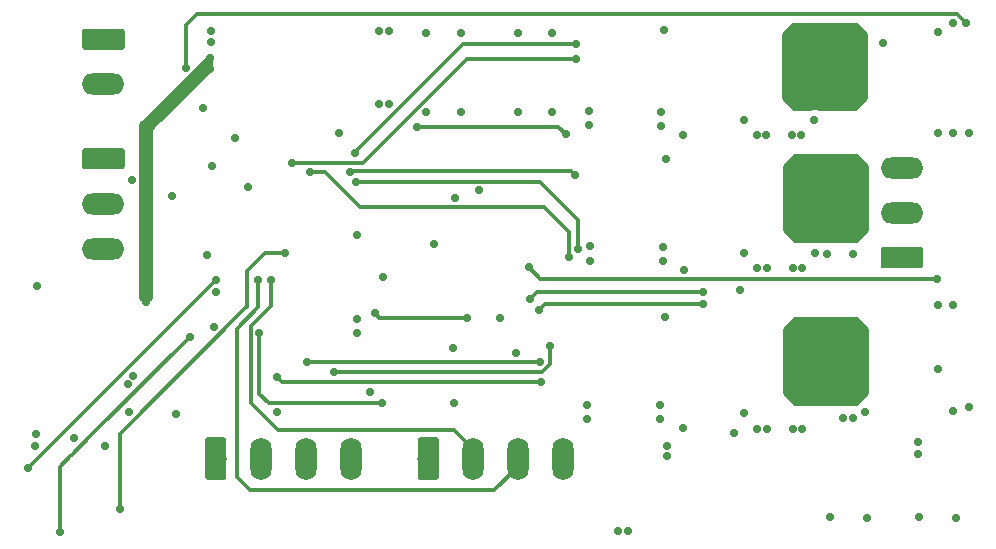
<source format=gbl>
G04 #@! TF.GenerationSoftware,KiCad,Pcbnew,(5.1.0)-1*
G04 #@! TF.CreationDate,2020-05-29T16:33:31+02:00*
G04 #@! TF.ProjectId,motortreiber,6d6f746f-7274-4726-9569-6265722e6b69,rev?*
G04 #@! TF.SameCoordinates,Original*
G04 #@! TF.FileFunction,Copper,L4,Bot*
G04 #@! TF.FilePolarity,Positive*
%FSLAX46Y46*%
G04 Gerber Fmt 4.6, Leading zero omitted, Abs format (unit mm)*
G04 Created by KiCad (PCBNEW (5.1.0)-1) date 2020-05-29 16:33:31*
%MOMM*%
%LPD*%
G04 APERTURE LIST*
%ADD10O,1.800000X3.600000*%
%ADD11C,0.100000*%
%ADD12C,1.800000*%
%ADD13O,3.600000X1.800000*%
%ADD14C,0.700000*%
%ADD15C,0.300000*%
%ADD16C,0.500000*%
%ADD17C,0.254000*%
G04 APERTURE END LIST*
D10*
X165430000Y-109500000D03*
X161620000Y-109500000D03*
X157810000Y-109500000D03*
D11*
G36*
X154674504Y-107701204D02*
G01*
X154698773Y-107704804D01*
X154722571Y-107710765D01*
X154745671Y-107719030D01*
X154767849Y-107729520D01*
X154788893Y-107742133D01*
X154808598Y-107756747D01*
X154826777Y-107773223D01*
X154843253Y-107791402D01*
X154857867Y-107811107D01*
X154870480Y-107832151D01*
X154880970Y-107854329D01*
X154889235Y-107877429D01*
X154895196Y-107901227D01*
X154898796Y-107925496D01*
X154900000Y-107950000D01*
X154900000Y-111050000D01*
X154898796Y-111074504D01*
X154895196Y-111098773D01*
X154889235Y-111122571D01*
X154880970Y-111145671D01*
X154870480Y-111167849D01*
X154857867Y-111188893D01*
X154843253Y-111208598D01*
X154826777Y-111226777D01*
X154808598Y-111243253D01*
X154788893Y-111257867D01*
X154767849Y-111270480D01*
X154745671Y-111280970D01*
X154722571Y-111289235D01*
X154698773Y-111295196D01*
X154674504Y-111298796D01*
X154650000Y-111300000D01*
X153350000Y-111300000D01*
X153325496Y-111298796D01*
X153301227Y-111295196D01*
X153277429Y-111289235D01*
X153254329Y-111280970D01*
X153232151Y-111270480D01*
X153211107Y-111257867D01*
X153191402Y-111243253D01*
X153173223Y-111226777D01*
X153156747Y-111208598D01*
X153142133Y-111188893D01*
X153129520Y-111167849D01*
X153119030Y-111145671D01*
X153110765Y-111122571D01*
X153104804Y-111098773D01*
X153101204Y-111074504D01*
X153100000Y-111050000D01*
X153100000Y-107950000D01*
X153101204Y-107925496D01*
X153104804Y-107901227D01*
X153110765Y-107877429D01*
X153119030Y-107854329D01*
X153129520Y-107832151D01*
X153142133Y-107811107D01*
X153156747Y-107791402D01*
X153173223Y-107773223D01*
X153191402Y-107756747D01*
X153211107Y-107742133D01*
X153232151Y-107729520D01*
X153254329Y-107719030D01*
X153277429Y-107710765D01*
X153301227Y-107704804D01*
X153325496Y-107701204D01*
X153350000Y-107700000D01*
X154650000Y-107700000D01*
X154674504Y-107701204D01*
X154674504Y-107701204D01*
G37*
D12*
X154000000Y-109500000D03*
D10*
X147430000Y-109500000D03*
X143620000Y-109500000D03*
X139810000Y-109500000D03*
D11*
G36*
X136674504Y-107701204D02*
G01*
X136698773Y-107704804D01*
X136722571Y-107710765D01*
X136745671Y-107719030D01*
X136767849Y-107729520D01*
X136788893Y-107742133D01*
X136808598Y-107756747D01*
X136826777Y-107773223D01*
X136843253Y-107791402D01*
X136857867Y-107811107D01*
X136870480Y-107832151D01*
X136880970Y-107854329D01*
X136889235Y-107877429D01*
X136895196Y-107901227D01*
X136898796Y-107925496D01*
X136900000Y-107950000D01*
X136900000Y-111050000D01*
X136898796Y-111074504D01*
X136895196Y-111098773D01*
X136889235Y-111122571D01*
X136880970Y-111145671D01*
X136870480Y-111167849D01*
X136857867Y-111188893D01*
X136843253Y-111208598D01*
X136826777Y-111226777D01*
X136808598Y-111243253D01*
X136788893Y-111257867D01*
X136767849Y-111270480D01*
X136745671Y-111280970D01*
X136722571Y-111289235D01*
X136698773Y-111295196D01*
X136674504Y-111298796D01*
X136650000Y-111300000D01*
X135350000Y-111300000D01*
X135325496Y-111298796D01*
X135301227Y-111295196D01*
X135277429Y-111289235D01*
X135254329Y-111280970D01*
X135232151Y-111270480D01*
X135211107Y-111257867D01*
X135191402Y-111243253D01*
X135173223Y-111226777D01*
X135156747Y-111208598D01*
X135142133Y-111188893D01*
X135129520Y-111167849D01*
X135119030Y-111145671D01*
X135110765Y-111122571D01*
X135104804Y-111098773D01*
X135101204Y-111074504D01*
X135100000Y-111050000D01*
X135100000Y-107950000D01*
X135101204Y-107925496D01*
X135104804Y-107901227D01*
X135110765Y-107877429D01*
X135119030Y-107854329D01*
X135129520Y-107832151D01*
X135142133Y-107811107D01*
X135156747Y-107791402D01*
X135173223Y-107773223D01*
X135191402Y-107756747D01*
X135211107Y-107742133D01*
X135232151Y-107729520D01*
X135254329Y-107719030D01*
X135277429Y-107710765D01*
X135301227Y-107704804D01*
X135325496Y-107701204D01*
X135350000Y-107700000D01*
X136650000Y-107700000D01*
X136674504Y-107701204D01*
X136674504Y-107701204D01*
G37*
D12*
X136000000Y-109500000D03*
D13*
X126500000Y-77810000D03*
D11*
G36*
X128074504Y-73101204D02*
G01*
X128098773Y-73104804D01*
X128122571Y-73110765D01*
X128145671Y-73119030D01*
X128167849Y-73129520D01*
X128188893Y-73142133D01*
X128208598Y-73156747D01*
X128226777Y-73173223D01*
X128243253Y-73191402D01*
X128257867Y-73211107D01*
X128270480Y-73232151D01*
X128280970Y-73254329D01*
X128289235Y-73277429D01*
X128295196Y-73301227D01*
X128298796Y-73325496D01*
X128300000Y-73350000D01*
X128300000Y-74650000D01*
X128298796Y-74674504D01*
X128295196Y-74698773D01*
X128289235Y-74722571D01*
X128280970Y-74745671D01*
X128270480Y-74767849D01*
X128257867Y-74788893D01*
X128243253Y-74808598D01*
X128226777Y-74826777D01*
X128208598Y-74843253D01*
X128188893Y-74857867D01*
X128167849Y-74870480D01*
X128145671Y-74880970D01*
X128122571Y-74889235D01*
X128098773Y-74895196D01*
X128074504Y-74898796D01*
X128050000Y-74900000D01*
X124950000Y-74900000D01*
X124925496Y-74898796D01*
X124901227Y-74895196D01*
X124877429Y-74889235D01*
X124854329Y-74880970D01*
X124832151Y-74870480D01*
X124811107Y-74857867D01*
X124791402Y-74843253D01*
X124773223Y-74826777D01*
X124756747Y-74808598D01*
X124742133Y-74788893D01*
X124729520Y-74767849D01*
X124719030Y-74745671D01*
X124710765Y-74722571D01*
X124704804Y-74698773D01*
X124701204Y-74674504D01*
X124700000Y-74650000D01*
X124700000Y-73350000D01*
X124701204Y-73325496D01*
X124704804Y-73301227D01*
X124710765Y-73277429D01*
X124719030Y-73254329D01*
X124729520Y-73232151D01*
X124742133Y-73211107D01*
X124756747Y-73191402D01*
X124773223Y-73173223D01*
X124791402Y-73156747D01*
X124811107Y-73142133D01*
X124832151Y-73129520D01*
X124854329Y-73119030D01*
X124877429Y-73110765D01*
X124901227Y-73104804D01*
X124925496Y-73101204D01*
X124950000Y-73100000D01*
X128050000Y-73100000D01*
X128074504Y-73101204D01*
X128074504Y-73101204D01*
G37*
D12*
X126500000Y-74000000D03*
D13*
X126500000Y-91720000D03*
X126500000Y-87910000D03*
D11*
G36*
X128074504Y-83201204D02*
G01*
X128098773Y-83204804D01*
X128122571Y-83210765D01*
X128145671Y-83219030D01*
X128167849Y-83229520D01*
X128188893Y-83242133D01*
X128208598Y-83256747D01*
X128226777Y-83273223D01*
X128243253Y-83291402D01*
X128257867Y-83311107D01*
X128270480Y-83332151D01*
X128280970Y-83354329D01*
X128289235Y-83377429D01*
X128295196Y-83401227D01*
X128298796Y-83425496D01*
X128300000Y-83450000D01*
X128300000Y-84750000D01*
X128298796Y-84774504D01*
X128295196Y-84798773D01*
X128289235Y-84822571D01*
X128280970Y-84845671D01*
X128270480Y-84867849D01*
X128257867Y-84888893D01*
X128243253Y-84908598D01*
X128226777Y-84926777D01*
X128208598Y-84943253D01*
X128188893Y-84957867D01*
X128167849Y-84970480D01*
X128145671Y-84980970D01*
X128122571Y-84989235D01*
X128098773Y-84995196D01*
X128074504Y-84998796D01*
X128050000Y-85000000D01*
X124950000Y-85000000D01*
X124925496Y-84998796D01*
X124901227Y-84995196D01*
X124877429Y-84989235D01*
X124854329Y-84980970D01*
X124832151Y-84970480D01*
X124811107Y-84957867D01*
X124791402Y-84943253D01*
X124773223Y-84926777D01*
X124756747Y-84908598D01*
X124742133Y-84888893D01*
X124729520Y-84867849D01*
X124719030Y-84845671D01*
X124710765Y-84822571D01*
X124704804Y-84798773D01*
X124701204Y-84774504D01*
X124700000Y-84750000D01*
X124700000Y-83450000D01*
X124701204Y-83425496D01*
X124704804Y-83401227D01*
X124710765Y-83377429D01*
X124719030Y-83354329D01*
X124729520Y-83332151D01*
X124742133Y-83311107D01*
X124756747Y-83291402D01*
X124773223Y-83273223D01*
X124791402Y-83256747D01*
X124811107Y-83242133D01*
X124832151Y-83229520D01*
X124854329Y-83219030D01*
X124877429Y-83210765D01*
X124901227Y-83204804D01*
X124925496Y-83201204D01*
X124950000Y-83200000D01*
X128050000Y-83200000D01*
X128074504Y-83201204D01*
X128074504Y-83201204D01*
G37*
D12*
X126500000Y-84100000D03*
D13*
X194100000Y-84880000D03*
X194100000Y-88690000D03*
D11*
G36*
X195674504Y-91601204D02*
G01*
X195698773Y-91604804D01*
X195722571Y-91610765D01*
X195745671Y-91619030D01*
X195767849Y-91629520D01*
X195788893Y-91642133D01*
X195808598Y-91656747D01*
X195826777Y-91673223D01*
X195843253Y-91691402D01*
X195857867Y-91711107D01*
X195870480Y-91732151D01*
X195880970Y-91754329D01*
X195889235Y-91777429D01*
X195895196Y-91801227D01*
X195898796Y-91825496D01*
X195900000Y-91850000D01*
X195900000Y-93150000D01*
X195898796Y-93174504D01*
X195895196Y-93198773D01*
X195889235Y-93222571D01*
X195880970Y-93245671D01*
X195870480Y-93267849D01*
X195857867Y-93288893D01*
X195843253Y-93308598D01*
X195826777Y-93326777D01*
X195808598Y-93343253D01*
X195788893Y-93357867D01*
X195767849Y-93370480D01*
X195745671Y-93380970D01*
X195722571Y-93389235D01*
X195698773Y-93395196D01*
X195674504Y-93398796D01*
X195650000Y-93400000D01*
X192550000Y-93400000D01*
X192525496Y-93398796D01*
X192501227Y-93395196D01*
X192477429Y-93389235D01*
X192454329Y-93380970D01*
X192432151Y-93370480D01*
X192411107Y-93357867D01*
X192391402Y-93343253D01*
X192373223Y-93326777D01*
X192356747Y-93308598D01*
X192342133Y-93288893D01*
X192329520Y-93267849D01*
X192319030Y-93245671D01*
X192310765Y-93222571D01*
X192304804Y-93198773D01*
X192301204Y-93174504D01*
X192300000Y-93150000D01*
X192300000Y-91850000D01*
X192301204Y-91825496D01*
X192304804Y-91801227D01*
X192310765Y-91777429D01*
X192319030Y-91754329D01*
X192329520Y-91732151D01*
X192342133Y-91711107D01*
X192356747Y-91691402D01*
X192373223Y-91673223D01*
X192391402Y-91656747D01*
X192411107Y-91642133D01*
X192432151Y-91629520D01*
X192454329Y-91619030D01*
X192477429Y-91610765D01*
X192501227Y-91604804D01*
X192525496Y-91601204D01*
X192550000Y-91600000D01*
X195650000Y-91600000D01*
X195674504Y-91601204D01*
X195674504Y-91601204D01*
G37*
D12*
X194100000Y-92500000D03*
D14*
X137600000Y-82400000D03*
X161600000Y-73500000D03*
X164500000Y-73500000D03*
X153800000Y-73500000D03*
X156800000Y-73500000D03*
X179900000Y-107300000D03*
X173640000Y-106160000D03*
X173640000Y-104960000D03*
X175540000Y-106910000D03*
X173740000Y-81360000D03*
X173740000Y-80160000D03*
X175540000Y-82110000D03*
X175640000Y-93510000D03*
X173840000Y-92760000D03*
X173840000Y-91560000D03*
X135600000Y-74200000D03*
X135600000Y-73300000D03*
X195450000Y-108085000D03*
X195450000Y-109085000D03*
X189150000Y-106085000D03*
X189950000Y-106085000D03*
X180750000Y-92085000D03*
X181850000Y-93385000D03*
X182650000Y-93385000D03*
X180750000Y-105685000D03*
X181850000Y-106985000D03*
X182650000Y-106985000D03*
X182600000Y-82100000D03*
X180700000Y-80800000D03*
X181800000Y-82100000D03*
X192500000Y-74300000D03*
X191000000Y-105600000D03*
X120900000Y-94900000D03*
X120800000Y-107400000D03*
X134900000Y-79800000D03*
X146450000Y-81950000D03*
X197200000Y-73400000D03*
X197200000Y-81950000D03*
X199750000Y-81950000D03*
X199750000Y-105150000D03*
X197150000Y-101900000D03*
X197150000Y-96500000D03*
X188050000Y-114485000D03*
X191150000Y-114515000D03*
X195550000Y-114485000D03*
X198650000Y-114515000D03*
X164500000Y-80200000D03*
X161600000Y-80200000D03*
X153800000Y-80200000D03*
X156800000Y-80200000D03*
X129025000Y-102475000D03*
X128550000Y-103150000D03*
X149100000Y-103850000D03*
X174250000Y-109300000D03*
X174250000Y-108400000D03*
X170900000Y-115675000D03*
X170100000Y-115675000D03*
X174000000Y-73200000D03*
X180400000Y-95200000D03*
X190000000Y-92200000D03*
X132600000Y-105700000D03*
X141200000Y-105600000D03*
X149850000Y-73300000D03*
X150650000Y-73300000D03*
X184850000Y-93385000D03*
X186750000Y-92085000D03*
X185650000Y-93385000D03*
X148000000Y-98900000D03*
X136000000Y-95400000D03*
X135700000Y-84700000D03*
X160100000Y-97600000D03*
X150200000Y-94100000D03*
X156300000Y-87400000D03*
X154500000Y-91300000D03*
X184850000Y-106985000D03*
X185650000Y-106985000D03*
X185600000Y-82100000D03*
X186700000Y-80800000D03*
X167600000Y-81300000D03*
X167600000Y-80100000D03*
X167450000Y-104940000D03*
X167450000Y-106140000D03*
X167710000Y-92740000D03*
X167710000Y-91540000D03*
X174050000Y-97540000D03*
X174110000Y-84140000D03*
X184800000Y-82100000D03*
X156100000Y-100100000D03*
X161400000Y-100600000D03*
X128900000Y-85900000D03*
X126625000Y-108400000D03*
X124000000Y-107800000D03*
X132300000Y-87300000D03*
X198450000Y-81950000D03*
X198400000Y-72600000D03*
X198450000Y-105500000D03*
X198400000Y-96500000D03*
X135300000Y-92300000D03*
X187800000Y-92200000D03*
X156150000Y-104800000D03*
X128700000Y-105600000D03*
X150650000Y-79500000D03*
X149850000Y-79500000D03*
X148000000Y-90600000D03*
X148000000Y-97700000D03*
X135900000Y-98400000D03*
X138700000Y-86500000D03*
X158300000Y-86800000D03*
X120700000Y-108400000D03*
X141900000Y-92100000D03*
X127900000Y-113800000D03*
X130100000Y-95300000D03*
X130090000Y-96210000D03*
X135500000Y-75600000D03*
X135500000Y-76500000D03*
X188000000Y-85500000D03*
X189000000Y-85500000D03*
X188000000Y-86500000D03*
X189000000Y-86500000D03*
X188000000Y-87500000D03*
X189000000Y-87500000D03*
X188000000Y-88500000D03*
X189000000Y-88500000D03*
X188000000Y-89500000D03*
X189000000Y-89500000D03*
X189000000Y-99300000D03*
X188000000Y-100300000D03*
X189000000Y-103300000D03*
X189000000Y-102300000D03*
X189000000Y-100300000D03*
X188000000Y-101300000D03*
X188000000Y-103300000D03*
X189000000Y-101300000D03*
X188000000Y-99300000D03*
X188000000Y-102300000D03*
X133800000Y-99200000D03*
X122800000Y-115700000D03*
X120100000Y-110300000D03*
X136000000Y-94400000D03*
X139600000Y-94400000D03*
X140700000Y-94400000D03*
X166700000Y-91800000D03*
X147850000Y-86050000D03*
X163525000Y-103000000D03*
X141200000Y-102600000D03*
X165900000Y-92400000D03*
X144000000Y-85200000D03*
X147350000Y-85200000D03*
X166400000Y-85500000D03*
X163500000Y-101300000D03*
X143700000Y-101300000D03*
X153050000Y-81400000D03*
X165650000Y-82000000D03*
X149500000Y-97200000D03*
X157250000Y-97600000D03*
X188900000Y-74300000D03*
X187900000Y-75300000D03*
X188900000Y-78300000D03*
X188900000Y-77300000D03*
X188900000Y-75300000D03*
X187900000Y-76300000D03*
X187900000Y-78300000D03*
X188900000Y-76300000D03*
X187900000Y-74300000D03*
X187900000Y-77300000D03*
X147800000Y-83600000D03*
X166500000Y-74400000D03*
X146000000Y-102200000D03*
X164300000Y-100000000D03*
X166500000Y-75700000D03*
X142500000Y-84500000D03*
X133500000Y-76400000D03*
X199500000Y-72600000D03*
X197100000Y-94300000D03*
X162500000Y-93300000D03*
X162600000Y-96000000D03*
X177300000Y-95400000D03*
X150100000Y-104800000D03*
X139700000Y-98900000D03*
X163400000Y-96900000D03*
X177300000Y-96400000D03*
D15*
X138650000Y-96700000D02*
X138650000Y-93600000D01*
X138650000Y-93600000D02*
X140150000Y-92100000D01*
X140150000Y-92100000D02*
X141900000Y-92100000D01*
X138650000Y-96700000D02*
X138600000Y-96700000D01*
X138600000Y-96700000D02*
X127900000Y-107400000D01*
X127900000Y-113800000D02*
X127900000Y-107400000D01*
D16*
X130100000Y-87100000D02*
X130100000Y-96300000D01*
X130400000Y-87300000D02*
X130400000Y-95900000D01*
X130400000Y-95900000D02*
X130100000Y-96200000D01*
X129800000Y-87000000D02*
X129800000Y-95900000D01*
X129800000Y-95900000D02*
X130100000Y-96200000D01*
X130600000Y-80500000D02*
X135500000Y-75600000D01*
X130900000Y-80700000D02*
X135500000Y-76100000D01*
X131200000Y-80800000D02*
X135500000Y-76500000D01*
X135500000Y-75700000D02*
X135500000Y-76500000D01*
X135500000Y-76500000D02*
X134700000Y-76500000D01*
X130400000Y-87300000D02*
X130400000Y-81600000D01*
X130400000Y-81600000D02*
X131400000Y-80600000D01*
X130100000Y-87100000D02*
X130100000Y-81500000D01*
X130100000Y-81500000D02*
X130900000Y-80700000D01*
X129800000Y-87000000D02*
X129800000Y-81300000D01*
X129800000Y-81300000D02*
X130600000Y-80500000D01*
D15*
X133800000Y-99200000D02*
X125300000Y-107700000D01*
X125300000Y-107700000D02*
X123800000Y-109200000D01*
X123800000Y-109200000D02*
X123700000Y-109300000D01*
X122800000Y-115700000D02*
X122800000Y-110200000D01*
X122800000Y-110200000D02*
X123700000Y-109300000D01*
X136000000Y-94400000D02*
X124500000Y-105900000D01*
X124500000Y-105900000D02*
X120100000Y-110300000D01*
X139600000Y-94400000D02*
X139600000Y-96500000D01*
X161620000Y-109500000D02*
X161620000Y-108620000D01*
X161620000Y-109500000D02*
X161620000Y-110180000D01*
X161620000Y-110180000D02*
X159600000Y-112200000D01*
X159600000Y-112200000D02*
X138900000Y-112200000D01*
X138900000Y-112200000D02*
X137800000Y-111100000D01*
X137800000Y-111100000D02*
X137800000Y-98500000D01*
X137800000Y-98500000D02*
X139600000Y-96700000D01*
X139600000Y-96700000D02*
X139600000Y-96400000D01*
X140700000Y-94400000D02*
X140700000Y-96600000D01*
X140700000Y-96600000D02*
X139000000Y-98300000D01*
X139000000Y-98300000D02*
X139000000Y-104400000D01*
X139000000Y-104400000D02*
X139000000Y-104800000D01*
X139000000Y-104800000D02*
X141300000Y-107100000D01*
X141300000Y-107100000D02*
X156200000Y-107100000D01*
X156200000Y-107100000D02*
X157600000Y-108500000D01*
X166700000Y-91800000D02*
X166700000Y-89300000D01*
X166700000Y-89300000D02*
X163500000Y-86100000D01*
X147850000Y-86050000D02*
X163450000Y-86050000D01*
X163450000Y-86050000D02*
X163500000Y-86100000D01*
X163525000Y-103000000D02*
X141600000Y-103000000D01*
X141600000Y-103000000D02*
X141200000Y-102600000D01*
X144000000Y-85250000D02*
X145250000Y-85250000D01*
X145250000Y-85250000D02*
X147450000Y-87450000D01*
X147450000Y-87450000D02*
X148200000Y-88200000D01*
X148200000Y-88200000D02*
X163800000Y-88200000D01*
X165900000Y-92400000D02*
X165900000Y-90300000D01*
X165900000Y-90300000D02*
X163800000Y-88200000D01*
X147300000Y-85150000D02*
X164950000Y-85150000D01*
X164950000Y-85150000D02*
X166050000Y-85150000D01*
X166050000Y-85150000D02*
X166400000Y-85500000D01*
X143700000Y-101300000D02*
X163500000Y-101300000D01*
X153050000Y-81400000D02*
X163500000Y-81400000D01*
X163500000Y-81400000D02*
X164900000Y-81400000D01*
X164900000Y-81400000D02*
X165000000Y-81400000D01*
X165000000Y-81400000D02*
X165550000Y-81950000D01*
X149850000Y-97600000D02*
X149550000Y-97300000D01*
X149850000Y-97600000D02*
X157300000Y-97600000D01*
X166500000Y-74400000D02*
X156950000Y-74400000D01*
X156950000Y-74400000D02*
X147800000Y-83550000D01*
X146000000Y-102200000D02*
X162700000Y-102200000D01*
X164300000Y-100000000D02*
X164300000Y-100600000D01*
X164300000Y-100600000D02*
X164300000Y-101500000D01*
X162700000Y-102200000D02*
X163500000Y-102200000D01*
X163500000Y-102200000D02*
X163600000Y-102200000D01*
X163600000Y-102200000D02*
X164300000Y-101500000D01*
X142500000Y-84500000D02*
X148450000Y-84500000D01*
X148450000Y-84500000D02*
X157225000Y-75725000D01*
X166500000Y-75700000D02*
X157250000Y-75700000D01*
X157250000Y-75700000D02*
X157200000Y-75750000D01*
X134400000Y-71900000D02*
X174100000Y-71900000D01*
X199500000Y-72600000D02*
X198900000Y-72000000D01*
X198900000Y-72000000D02*
X198800000Y-71900000D01*
X198800000Y-71900000D02*
X174100000Y-71900000D01*
X133500000Y-76400000D02*
X133500000Y-72800000D01*
X133500000Y-72800000D02*
X134400000Y-71900000D01*
X197200000Y-94300000D02*
X163500000Y-94300000D01*
X163500000Y-94300000D02*
X162600000Y-93400000D01*
X139700000Y-98900000D02*
X139700000Y-104000000D01*
X150100000Y-104800000D02*
X140500000Y-104800000D01*
X140500000Y-104800000D02*
X139700000Y-104000000D01*
X177300000Y-95400000D02*
X163200000Y-95400000D01*
X163200000Y-95400000D02*
X162600000Y-96000000D01*
X177300000Y-96400000D02*
X163900000Y-96400000D01*
X163900000Y-96400000D02*
X163400000Y-96900000D01*
D17*
G36*
X191173000Y-84752606D02*
G01*
X191173000Y-90147394D01*
X190247394Y-91073000D01*
X185052606Y-91073000D01*
X184127000Y-90147394D01*
X184127000Y-84752606D01*
X185052606Y-83827000D01*
X190247394Y-83827000D01*
X191173000Y-84752606D01*
X191173000Y-84752606D01*
G37*
X191173000Y-84752606D02*
X191173000Y-90147394D01*
X190247394Y-91073000D01*
X185052606Y-91073000D01*
X184127000Y-90147394D01*
X184127000Y-84752606D01*
X185052606Y-83827000D01*
X190247394Y-83827000D01*
X191173000Y-84752606D01*
G36*
X191173000Y-98552606D02*
G01*
X191173000Y-103947394D01*
X190247394Y-104873000D01*
X185052606Y-104873000D01*
X184127000Y-103947394D01*
X184127000Y-98552606D01*
X185052606Y-97627000D01*
X190247394Y-97627000D01*
X191173000Y-98552606D01*
X191173000Y-98552606D01*
G37*
X191173000Y-98552606D02*
X191173000Y-103947394D01*
X190247394Y-104873000D01*
X185052606Y-104873000D01*
X184127000Y-103947394D01*
X184127000Y-98552606D01*
X185052606Y-97627000D01*
X190247394Y-97627000D01*
X191173000Y-98552606D01*
G36*
X191073000Y-73552606D02*
G01*
X191073000Y-78947394D01*
X190147394Y-79873000D01*
X187035953Y-79873000D01*
X186987314Y-79852853D01*
X186797014Y-79815000D01*
X186602986Y-79815000D01*
X186412686Y-79852853D01*
X186364047Y-79873000D01*
X184952606Y-79873000D01*
X184027000Y-78947394D01*
X184027000Y-73552606D01*
X184894606Y-72685000D01*
X190205394Y-72685000D01*
X191073000Y-73552606D01*
X191073000Y-73552606D01*
G37*
X191073000Y-73552606D02*
X191073000Y-78947394D01*
X190147394Y-79873000D01*
X187035953Y-79873000D01*
X186987314Y-79852853D01*
X186797014Y-79815000D01*
X186602986Y-79815000D01*
X186412686Y-79852853D01*
X186364047Y-79873000D01*
X184952606Y-79873000D01*
X184027000Y-78947394D01*
X184027000Y-73552606D01*
X184894606Y-72685000D01*
X190205394Y-72685000D01*
X191073000Y-73552606D01*
M02*

</source>
